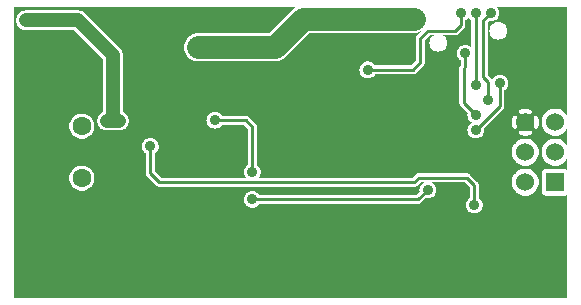
<source format=gbr>
G04 start of page 3 for group 1 idx 1 *
G04 Title: (unknown), bottom *
G04 Creator: pcb 20140316 *
G04 CreationDate: Thu 30 Aug 2018 07:28:31 PM GMT UTC *
G04 For: railfan *
G04 Format: Gerber/RS-274X *
G04 PCB-Dimensions (mil): 1875.00 1000.00 *
G04 PCB-Coordinate-Origin: lower left *
%MOIN*%
%FSLAX25Y25*%
%LNBOTTOM*%
%ADD46C,0.0433*%
%ADD45C,0.0390*%
%ADD44C,0.0380*%
%ADD43C,0.0200*%
%ADD42C,0.0360*%
%ADD41C,0.0633*%
%ADD40C,0.0600*%
%ADD39C,0.0450*%
%ADD38C,0.0100*%
%ADD37C,0.0750*%
%ADD36C,0.0001*%
G54D36*G36*
X100996Y38500D02*X134941D01*
X135000Y38495D01*
X135235Y38514D01*
X135235Y38514D01*
X135465Y38569D01*
X135683Y38659D01*
X135884Y38783D01*
X136064Y38936D01*
X136102Y38981D01*
X137121Y40000D01*
X138221D01*
X137849Y39772D01*
X137514Y39486D01*
X137228Y39151D01*
X136997Y38775D01*
X136829Y38368D01*
X136726Y37939D01*
X136691Y37500D01*
X136726Y37061D01*
X136767Y36889D01*
X135655Y35776D01*
X100996D01*
Y38500D01*
G37*
G36*
X175613Y98500D02*X186000D01*
Y62085D01*
X185652Y62653D01*
X185192Y63192D01*
X184653Y63652D01*
X184049Y64022D01*
X183395Y64293D01*
X182706Y64458D01*
X182000Y64514D01*
X181294Y64458D01*
X180605Y64293D01*
X179951Y64022D01*
X179347Y63652D01*
X178808Y63192D01*
X178348Y62653D01*
X177978Y62049D01*
X177707Y61395D01*
X177542Y60706D01*
X177486Y60000D01*
X177542Y59294D01*
X177707Y58605D01*
X177978Y57951D01*
X178348Y57347D01*
X178808Y56808D01*
X179347Y56348D01*
X179951Y55978D01*
X180605Y55707D01*
X181294Y55542D01*
X182000Y55486D01*
X182706Y55542D01*
X183395Y55707D01*
X184049Y55978D01*
X184653Y56348D01*
X185192Y56808D01*
X185652Y57347D01*
X186000Y57915D01*
Y52085D01*
X185652Y52653D01*
X185192Y53192D01*
X184653Y53652D01*
X184049Y54022D01*
X183395Y54293D01*
X182706Y54458D01*
X182000Y54514D01*
X181294Y54458D01*
X180605Y54293D01*
X179951Y54022D01*
X179347Y53652D01*
X178808Y53192D01*
X178348Y52653D01*
X177978Y52049D01*
X177707Y51395D01*
X177542Y50706D01*
X177486Y50000D01*
X177542Y49294D01*
X177707Y48605D01*
X177978Y47951D01*
X178348Y47347D01*
X178808Y46808D01*
X179347Y46348D01*
X179951Y45978D01*
X180605Y45707D01*
X181294Y45542D01*
X182000Y45486D01*
X182706Y45542D01*
X183395Y45707D01*
X184049Y45978D01*
X184653Y46348D01*
X185192Y46808D01*
X185652Y47347D01*
X186000Y47915D01*
Y44119D01*
X185884Y44217D01*
X185683Y44341D01*
X185465Y44431D01*
X185235Y44486D01*
X185000Y44500D01*
X178765Y44486D01*
X178535Y44431D01*
X178317Y44341D01*
X178116Y44217D01*
X177936Y44064D01*
X177783Y43884D01*
X177659Y43683D01*
X177569Y43465D01*
X177514Y43235D01*
X177500Y43000D01*
X177514Y36765D01*
X177569Y36535D01*
X177659Y36317D01*
X177783Y36116D01*
X177936Y35936D01*
X178116Y35783D01*
X178317Y35659D01*
X178535Y35569D01*
X178765Y35514D01*
X179000Y35500D01*
X185235Y35514D01*
X185465Y35569D01*
X185683Y35659D01*
X185884Y35783D01*
X186000Y35881D01*
Y1500D01*
X175613D01*
Y37302D01*
X175652Y37347D01*
X176022Y37951D01*
X176293Y38605D01*
X176458Y39294D01*
X176500Y40000D01*
X176458Y40706D01*
X176293Y41395D01*
X176022Y42049D01*
X175652Y42653D01*
X175613Y42698D01*
Y47302D01*
X175652Y47347D01*
X176022Y47951D01*
X176293Y48605D01*
X176458Y49294D01*
X176500Y50000D01*
X176458Y50706D01*
X176293Y51395D01*
X176022Y52049D01*
X175652Y52653D01*
X175613Y52698D01*
Y57853D01*
X175656Y57860D01*
X175768Y57897D01*
X175873Y57952D01*
X175968Y58022D01*
X176051Y58106D01*
X176119Y58202D01*
X176170Y58308D01*
X176318Y58716D01*
X176422Y59137D01*
X176484Y59567D01*
X176505Y60000D01*
X176484Y60433D01*
X176422Y60863D01*
X176318Y61284D01*
X176175Y61694D01*
X176122Y61800D01*
X176053Y61896D01*
X175970Y61981D01*
X175875Y62051D01*
X175769Y62106D01*
X175657Y62143D01*
X175613Y62151D01*
Y98500D01*
G37*
G36*
Y42698D02*X175192Y43192D01*
X174653Y43652D01*
X174049Y44022D01*
X173395Y44293D01*
X172706Y44458D01*
X172002Y44514D01*
Y45486D01*
X172706Y45542D01*
X173395Y45707D01*
X174049Y45978D01*
X174653Y46348D01*
X175192Y46808D01*
X175613Y47302D01*
Y42698D01*
G37*
G36*
Y1500D02*X172002D01*
Y35486D01*
X172706Y35542D01*
X173395Y35707D01*
X174049Y35978D01*
X174653Y36348D01*
X175192Y36808D01*
X175613Y37302D01*
Y1500D01*
G37*
G36*
X172002Y98500D02*X175613D01*
Y62151D01*
X175540Y62163D01*
X175421Y62164D01*
X175304Y62146D01*
X175191Y62110D01*
X175085Y62057D01*
X174988Y61988D01*
X174904Y61905D01*
X174833Y61809D01*
X174779Y61704D01*
X174741Y61592D01*
X174722Y61475D01*
X174721Y61356D01*
X174739Y61239D01*
X174777Y61126D01*
X174876Y60855D01*
X174944Y60575D01*
X174986Y60289D01*
X175000Y60000D01*
X174986Y59711D01*
X174944Y59425D01*
X174876Y59145D01*
X174780Y58872D01*
X174742Y58761D01*
X174725Y58644D01*
X174725Y58526D01*
X174745Y58409D01*
X174782Y58297D01*
X174836Y58193D01*
X174906Y58098D01*
X174991Y58015D01*
X175087Y57946D01*
X175192Y57893D01*
X175305Y57857D01*
X175421Y57840D01*
X175539Y57841D01*
X175613Y57853D01*
Y52698D01*
X175192Y53192D01*
X174653Y53652D01*
X174049Y54022D01*
X173395Y54293D01*
X172706Y54458D01*
X172002Y54514D01*
Y55495D01*
X172433Y55516D01*
X172863Y55578D01*
X173284Y55682D01*
X173694Y55825D01*
X173800Y55878D01*
X173896Y55947D01*
X173981Y56030D01*
X174051Y56125D01*
X174106Y56231D01*
X174143Y56343D01*
X174163Y56460D01*
X174164Y56579D01*
X174146Y56696D01*
X174110Y56809D01*
X174057Y56915D01*
X173988Y57012D01*
X173905Y57096D01*
X173809Y57167D01*
X173704Y57221D01*
X173592Y57259D01*
X173475Y57278D01*
X173356Y57279D01*
X173239Y57261D01*
X173126Y57223D01*
X172855Y57124D01*
X172575Y57056D01*
X172289Y57014D01*
X172002Y57000D01*
Y63000D01*
X172289Y62986D01*
X172575Y62944D01*
X172855Y62876D01*
X173128Y62780D01*
X173239Y62742D01*
X173356Y62725D01*
X173474Y62725D01*
X173591Y62745D01*
X173703Y62782D01*
X173807Y62836D01*
X173902Y62906D01*
X173985Y62991D01*
X174054Y63087D01*
X174107Y63192D01*
X174143Y63305D01*
X174160Y63421D01*
X174159Y63539D01*
X174140Y63656D01*
X174103Y63768D01*
X174048Y63873D01*
X173978Y63968D01*
X173894Y64051D01*
X173798Y64119D01*
X173692Y64170D01*
X173284Y64318D01*
X172863Y64422D01*
X172433Y64484D01*
X172002Y64505D01*
Y98500D01*
G37*
G36*
X168387Y37302D02*X168808Y36808D01*
X169347Y36348D01*
X169951Y35978D01*
X170605Y35707D01*
X171294Y35542D01*
X172000Y35486D01*
X172002Y35486D01*
Y1500D01*
X168387D01*
Y37302D01*
G37*
G36*
Y47302D02*X168808Y46808D01*
X169347Y46348D01*
X169951Y45978D01*
X170605Y45707D01*
X171294Y45542D01*
X172000Y45486D01*
X172002Y45486D01*
Y44514D01*
X172000Y44514D01*
X171294Y44458D01*
X170605Y44293D01*
X169951Y44022D01*
X169347Y43652D01*
X168808Y43192D01*
X168387Y42698D01*
Y47302D01*
G37*
G36*
Y98500D02*X172002D01*
Y64505D01*
X172000Y64505D01*
X171567Y64484D01*
X171137Y64422D01*
X170716Y64318D01*
X170306Y64175D01*
X170200Y64122D01*
X170104Y64053D01*
X170019Y63970D01*
X169949Y63875D01*
X169894Y63769D01*
X169857Y63657D01*
X169837Y63540D01*
X169836Y63421D01*
X169854Y63304D01*
X169890Y63191D01*
X169943Y63085D01*
X170012Y62988D01*
X170095Y62904D01*
X170191Y62833D01*
X170296Y62779D01*
X170408Y62741D01*
X170525Y62722D01*
X170644Y62721D01*
X170761Y62739D01*
X170874Y62777D01*
X171145Y62876D01*
X171425Y62944D01*
X171711Y62986D01*
X172000Y63000D01*
X172002Y63000D01*
Y57000D01*
X172000Y57000D01*
X171711Y57014D01*
X171425Y57056D01*
X171145Y57124D01*
X170872Y57220D01*
X170761Y57258D01*
X170644Y57275D01*
X170526Y57275D01*
X170409Y57255D01*
X170297Y57218D01*
X170193Y57164D01*
X170098Y57094D01*
X170015Y57009D01*
X169946Y56913D01*
X169893Y56808D01*
X169857Y56695D01*
X169840Y56579D01*
X169841Y56461D01*
X169860Y56344D01*
X169897Y56232D01*
X169952Y56127D01*
X170022Y56032D01*
X170106Y55949D01*
X170202Y55881D01*
X170308Y55830D01*
X170716Y55682D01*
X171137Y55578D01*
X171567Y55516D01*
X172000Y55495D01*
X172002Y55495D01*
Y54514D01*
X172000Y54514D01*
X171294Y54458D01*
X170605Y54293D01*
X169951Y54022D01*
X169347Y53652D01*
X168808Y53192D01*
X168387Y52698D01*
Y57849D01*
X168460Y57837D01*
X168579Y57836D01*
X168696Y57854D01*
X168809Y57890D01*
X168915Y57943D01*
X169012Y58012D01*
X169096Y58095D01*
X169167Y58191D01*
X169221Y58296D01*
X169259Y58408D01*
X169278Y58525D01*
X169279Y58644D01*
X169261Y58761D01*
X169223Y58874D01*
X169124Y59145D01*
X169056Y59425D01*
X169014Y59711D01*
X169000Y60000D01*
X169014Y60289D01*
X169056Y60575D01*
X169124Y60855D01*
X169220Y61128D01*
X169258Y61239D01*
X169275Y61356D01*
X169275Y61474D01*
X169255Y61591D01*
X169218Y61703D01*
X169164Y61807D01*
X169094Y61902D01*
X169009Y61985D01*
X168913Y62054D01*
X168808Y62107D01*
X168695Y62143D01*
X168579Y62160D01*
X168461Y62159D01*
X168387Y62147D01*
Y98500D01*
G37*
G36*
X162995Y62874D02*X164519Y64398D01*
X164564Y64436D01*
X164717Y64615D01*
X164717Y64616D01*
X164841Y64817D01*
X164931Y65035D01*
X164986Y65265D01*
X165005Y65500D01*
X165000Y65559D01*
Y70635D01*
X165151Y70728D01*
X165486Y71014D01*
X165772Y71349D01*
X166003Y71725D01*
X166171Y72132D01*
X166274Y72561D01*
X166300Y73000D01*
X166274Y73439D01*
X166171Y73868D01*
X166003Y74275D01*
X165772Y74651D01*
X165486Y74986D01*
X165151Y75272D01*
X164775Y75503D01*
X164368Y75671D01*
X163939Y75774D01*
X163500Y75809D01*
X163061Y75774D01*
X162995Y75758D01*
Y87541D01*
X163000Y87541D01*
X163463Y87577D01*
X163914Y87686D01*
X164343Y87863D01*
X164739Y88106D01*
X165092Y88408D01*
X165394Y88761D01*
X165637Y89157D01*
X165814Y89586D01*
X165923Y90037D01*
X165950Y90500D01*
X165923Y90963D01*
X165814Y91414D01*
X165637Y91843D01*
X165394Y92239D01*
X165092Y92592D01*
X164739Y92894D01*
X164343Y93137D01*
X163914Y93314D01*
X163463Y93423D01*
X163000Y93459D01*
X162995Y93459D01*
Y95213D01*
X163003Y95225D01*
X163171Y95632D01*
X163274Y96061D01*
X163300Y96500D01*
X163274Y96939D01*
X163171Y97368D01*
X163003Y97775D01*
X162995Y97787D01*
Y98500D01*
X168387D01*
Y62147D01*
X168344Y62140D01*
X168232Y62103D01*
X168127Y62048D01*
X168032Y61978D01*
X167949Y61894D01*
X167881Y61798D01*
X167830Y61692D01*
X167682Y61284D01*
X167578Y60863D01*
X167516Y60433D01*
X167495Y60000D01*
X167516Y59567D01*
X167578Y59137D01*
X167682Y58716D01*
X167825Y58306D01*
X167878Y58200D01*
X167947Y58104D01*
X168030Y58019D01*
X168125Y57949D01*
X168231Y57894D01*
X168343Y57857D01*
X168387Y57849D01*
Y52698D01*
X168348Y52653D01*
X167978Y52049D01*
X167707Y51395D01*
X167542Y50706D01*
X167486Y50000D01*
X167542Y49294D01*
X167707Y48605D01*
X167978Y47951D01*
X168348Y47347D01*
X168387Y47302D01*
Y42698D01*
X168348Y42653D01*
X167978Y42049D01*
X167707Y41395D01*
X167542Y40706D01*
X167486Y40000D01*
X167542Y39294D01*
X167707Y38605D01*
X167978Y37951D01*
X168348Y37347D01*
X168387Y37302D01*
Y1500D01*
X162995D01*
Y62874D01*
G37*
G36*
Y97787D02*X162772Y98151D01*
X162486Y98486D01*
X162470Y98500D01*
X162995D01*
Y97787D01*
G37*
G36*
Y75758D02*X162632Y75671D01*
X162225Y75503D01*
X161849Y75272D01*
X161514Y74986D01*
X161228Y74651D01*
X160997Y74275D01*
X160900Y74040D01*
X160841Y74183D01*
X160717Y74384D01*
X160564Y74564D01*
X160519Y74602D01*
X159500Y75621D01*
Y93379D01*
X159889Y93767D01*
X160061Y93726D01*
X160500Y93691D01*
X160939Y93726D01*
X161368Y93829D01*
X161775Y93997D01*
X162151Y94228D01*
X162486Y94514D01*
X162772Y94849D01*
X162995Y95213D01*
Y93459D01*
X162537Y93423D01*
X162086Y93314D01*
X161657Y93137D01*
X161261Y92894D01*
X160908Y92592D01*
X160606Y92239D01*
X160363Y91843D01*
X160186Y91414D01*
X160077Y90963D01*
X160041Y90500D01*
X160077Y90037D01*
X160186Y89586D01*
X160363Y89157D01*
X160606Y88761D01*
X160908Y88408D01*
X161261Y88106D01*
X161657Y87863D01*
X162086Y87686D01*
X162537Y87577D01*
X162995Y87541D01*
Y75758D01*
G37*
G36*
X158233Y58111D02*X162995Y62874D01*
Y1500D01*
X100996D01*
Y32776D01*
X136217D01*
X136276Y32771D01*
X136511Y32790D01*
X136511Y32790D01*
X136741Y32845D01*
X136959Y32935D01*
X137160Y33059D01*
X137340Y33212D01*
X137378Y33257D01*
X138889Y34767D01*
X139061Y34726D01*
X139500Y34691D01*
X139939Y34726D01*
X140368Y34829D01*
X140775Y34997D01*
X141151Y35228D01*
X141486Y35514D01*
X141772Y35849D01*
X142003Y36225D01*
X142171Y36632D01*
X142274Y37061D01*
X142300Y37500D01*
X142274Y37939D01*
X142171Y38368D01*
X142003Y38775D01*
X141772Y39151D01*
X141486Y39486D01*
X141151Y39772D01*
X140779Y40000D01*
X151879D01*
X153500Y38379D01*
Y34865D01*
X153349Y34772D01*
X153014Y34486D01*
X152728Y34151D01*
X152497Y33775D01*
X152329Y33368D01*
X152226Y32939D01*
X152191Y32500D01*
X152226Y32061D01*
X152329Y31632D01*
X152497Y31225D01*
X152728Y30849D01*
X153014Y30514D01*
X153349Y30228D01*
X153725Y29997D01*
X154132Y29829D01*
X154561Y29726D01*
X155000Y29691D01*
X155439Y29726D01*
X155868Y29829D01*
X156275Y29997D01*
X156651Y30228D01*
X156986Y30514D01*
X157272Y30849D01*
X157503Y31225D01*
X157671Y31632D01*
X157774Y32061D01*
X157800Y32500D01*
X157774Y32939D01*
X157671Y33368D01*
X157503Y33775D01*
X157272Y34151D01*
X156986Y34486D01*
X156651Y34772D01*
X156500Y34865D01*
Y38941D01*
X156505Y39000D01*
X156486Y39235D01*
X156431Y39465D01*
X156341Y39683D01*
X156217Y39884D01*
X156064Y40064D01*
X156019Y40102D01*
X153602Y42519D01*
X153564Y42564D01*
X153384Y42717D01*
X153183Y42841D01*
X152965Y42931D01*
X152735Y42986D01*
X152500Y43005D01*
X152441Y43000D01*
X136559D01*
X136500Y43005D01*
X136265Y42986D01*
X136035Y42931D01*
X135817Y42841D01*
X135616Y42717D01*
X135615Y42717D01*
X135436Y42564D01*
X135398Y42519D01*
X134379Y41500D01*
X100996D01*
Y89750D01*
X135000D01*
X135745Y89794D01*
X136472Y89969D01*
X137112Y90234D01*
X135981Y89102D01*
X135936Y89064D01*
X135783Y88884D01*
X135659Y88683D01*
X135569Y88465D01*
X135514Y88235D01*
X135514Y88235D01*
X135495Y88000D01*
X135500Y87941D01*
Y80621D01*
X133879Y79000D01*
X121865D01*
X121772Y79151D01*
X121486Y79486D01*
X121151Y79772D01*
X120775Y80003D01*
X120368Y80171D01*
X119939Y80274D01*
X119500Y80309D01*
X119061Y80274D01*
X118632Y80171D01*
X118225Y80003D01*
X117849Y79772D01*
X117514Y79486D01*
X117228Y79151D01*
X116997Y78775D01*
X116829Y78368D01*
X116726Y77939D01*
X116691Y77500D01*
X116726Y77061D01*
X116829Y76632D01*
X116997Y76225D01*
X117228Y75849D01*
X117514Y75514D01*
X117849Y75228D01*
X118225Y74997D01*
X118632Y74829D01*
X119061Y74726D01*
X119500Y74691D01*
X119939Y74726D01*
X120368Y74829D01*
X120775Y74997D01*
X121151Y75228D01*
X121486Y75514D01*
X121772Y75849D01*
X121865Y76000D01*
X134441D01*
X134500Y75995D01*
X134735Y76014D01*
X134735Y76014D01*
X134965Y76069D01*
X135183Y76159D01*
X135384Y76283D01*
X135564Y76436D01*
X135602Y76481D01*
X138019Y78898D01*
X138064Y78936D01*
X138217Y79115D01*
X138217Y79116D01*
X138341Y79317D01*
X138431Y79535D01*
X138486Y79765D01*
X138505Y80000D01*
X138500Y80059D01*
Y87379D01*
X140121Y89000D01*
X141434D01*
X141261Y88894D01*
X140908Y88592D01*
X140606Y88239D01*
X140363Y87843D01*
X140186Y87414D01*
X140077Y86963D01*
X140041Y86500D01*
X140077Y86037D01*
X140186Y85586D01*
X140363Y85157D01*
X140606Y84761D01*
X140908Y84408D01*
X141261Y84106D01*
X141657Y83863D01*
X142086Y83686D01*
X142537Y83577D01*
X143000Y83541D01*
X143463Y83577D01*
X143914Y83686D01*
X144343Y83863D01*
X144739Y84106D01*
X145092Y84408D01*
X145394Y84761D01*
X145637Y85157D01*
X145814Y85586D01*
X145923Y86037D01*
X145950Y86500D01*
X145923Y86963D01*
X145814Y87414D01*
X145637Y87843D01*
X145394Y88239D01*
X145092Y88592D01*
X144739Y88894D01*
X144566Y89000D01*
X148441D01*
X148500Y88995D01*
X148735Y89014D01*
X148735Y89014D01*
X148965Y89069D01*
X149183Y89159D01*
X149384Y89283D01*
X149564Y89436D01*
X149602Y89481D01*
X151519Y91398D01*
X151564Y91436D01*
X151717Y91615D01*
X151717Y91616D01*
X151841Y91817D01*
X151931Y92035D01*
X151986Y92265D01*
X152005Y92500D01*
X152000Y92559D01*
Y94135D01*
X152151Y94228D01*
X152486Y94514D01*
X152772Y94849D01*
X153000Y95221D01*
X153228Y94849D01*
X153514Y94514D01*
X153849Y94228D01*
X154000Y94135D01*
Y84970D01*
X153986Y84986D01*
X153651Y85272D01*
X153275Y85503D01*
X152868Y85671D01*
X152439Y85774D01*
X152000Y85809D01*
X151561Y85774D01*
X151132Y85671D01*
X150725Y85503D01*
X150349Y85272D01*
X150014Y84986D01*
X149728Y84651D01*
X149497Y84275D01*
X149329Y83868D01*
X149226Y83439D01*
X149191Y83000D01*
X149226Y82561D01*
X149329Y82132D01*
X149497Y81725D01*
X149728Y81349D01*
X150014Y81014D01*
X150349Y80728D01*
X150500Y80635D01*
Y79121D01*
X150481Y79102D01*
X150436Y79064D01*
X150283Y78884D01*
X150159Y78683D01*
X150069Y78465D01*
X150014Y78235D01*
X150014Y78235D01*
X149995Y78000D01*
X150000Y77941D01*
Y66559D01*
X149995Y66500D01*
X150014Y66265D01*
X150069Y66035D01*
X150159Y65817D01*
X150283Y65616D01*
X150436Y65436D01*
X150481Y65398D01*
X152767Y63111D01*
X152726Y62939D01*
X152691Y62500D01*
X152726Y62061D01*
X152829Y61632D01*
X152997Y61225D01*
X153228Y60849D01*
X153514Y60514D01*
X153849Y60228D01*
X154221Y60000D01*
X153849Y59772D01*
X153514Y59486D01*
X153228Y59151D01*
X152997Y58775D01*
X152829Y58368D01*
X152726Y57939D01*
X152691Y57500D01*
X152726Y57061D01*
X152829Y56632D01*
X152997Y56225D01*
X153228Y55849D01*
X153514Y55514D01*
X153849Y55228D01*
X154225Y54997D01*
X154632Y54829D01*
X155061Y54726D01*
X155500Y54691D01*
X155939Y54726D01*
X156368Y54829D01*
X156775Y54997D01*
X157151Y55228D01*
X157486Y55514D01*
X157772Y55849D01*
X158003Y56225D01*
X158171Y56632D01*
X158274Y57061D01*
X158300Y57500D01*
X158274Y57939D01*
X158233Y58111D01*
G37*
G36*
X100996Y1500D02*X21000D01*
Y38580D01*
X21168Y38384D01*
X21666Y37958D01*
X22225Y37616D01*
X22831Y37365D01*
X23468Y37212D01*
X24122Y37160D01*
X24776Y37212D01*
X25413Y37365D01*
X26019Y37616D01*
X26578Y37958D01*
X27076Y38384D01*
X27502Y38883D01*
X27845Y39442D01*
X28096Y40047D01*
X28249Y40685D01*
X28287Y41339D01*
X28249Y41992D01*
X28096Y42630D01*
X27845Y43235D01*
X27502Y43794D01*
X27076Y44293D01*
X26578Y44719D01*
X26019Y45061D01*
X25413Y45312D01*
X24776Y45465D01*
X24122Y45517D01*
X23468Y45465D01*
X22831Y45312D01*
X22225Y45061D01*
X21666Y44719D01*
X21168Y44293D01*
X21000Y44097D01*
Y55903D01*
X21168Y55707D01*
X21666Y55281D01*
X22225Y54939D01*
X22831Y54688D01*
X23468Y54535D01*
X24122Y54483D01*
X24776Y54535D01*
X25413Y54688D01*
X26019Y54939D01*
X26578Y55281D01*
X27076Y55707D01*
X27502Y56206D01*
X27845Y56765D01*
X28096Y57370D01*
X28249Y58008D01*
X28287Y58661D01*
X28249Y59315D01*
X28096Y59953D01*
X27845Y60558D01*
X27502Y61117D01*
X27076Y61616D01*
X26578Y62042D01*
X26019Y62384D01*
X25413Y62635D01*
X24776Y62788D01*
X24122Y62840D01*
X23468Y62788D01*
X22831Y62635D01*
X22225Y62384D01*
X21666Y62042D01*
X21168Y61616D01*
X21000Y61420D01*
Y90750D01*
X21654D01*
X31250Y81154D01*
Y63500D01*
X31020Y63405D01*
X30584Y63137D01*
X30195Y62805D01*
X29863Y62416D01*
X29595Y61980D01*
X29400Y61507D01*
X29280Y61010D01*
X29240Y60500D01*
X29280Y59990D01*
X29400Y59493D01*
X29595Y59020D01*
X29863Y58584D01*
X30195Y58195D01*
X30584Y57863D01*
X31020Y57595D01*
X31493Y57400D01*
X31990Y57280D01*
X32500Y57250D01*
X34373D01*
X34500Y57240D01*
X34627Y57250D01*
X36500D01*
X37010Y57280D01*
X37507Y57400D01*
X37980Y57595D01*
X38416Y57863D01*
X38805Y58195D01*
X39137Y58584D01*
X39405Y59020D01*
X39600Y59493D01*
X39720Y59990D01*
X39760Y60500D01*
X39720Y61010D01*
X39600Y61507D01*
X39405Y61980D01*
X39137Y62416D01*
X38805Y62805D01*
X38416Y63137D01*
X37980Y63405D01*
X37750Y63500D01*
Y82373D01*
X37760Y82500D01*
X37720Y83010D01*
X37720Y83010D01*
X37600Y83507D01*
X37405Y83980D01*
X37137Y84416D01*
X36805Y84805D01*
X36708Y84888D01*
X25388Y96208D01*
X25305Y96305D01*
X24916Y96637D01*
X24480Y96905D01*
X24007Y97100D01*
X23510Y97220D01*
X23510Y97220D01*
X23000Y97260D01*
X22873Y97250D01*
X21000D01*
Y98500D01*
X95437D01*
X95199Y98355D01*
X95199Y98354D01*
X94631Y97869D01*
X94510Y97727D01*
X86532Y89750D01*
X63000D01*
X62255Y89706D01*
X61528Y89531D01*
X60837Y89245D01*
X60199Y88855D01*
X59631Y88369D01*
X59145Y87801D01*
X58755Y87163D01*
X58469Y86472D01*
X58294Y85745D01*
X58235Y85000D01*
X58294Y84255D01*
X58469Y83528D01*
X58755Y82837D01*
X59145Y82199D01*
X59631Y81631D01*
X60199Y81145D01*
X60837Y80755D01*
X61528Y80469D01*
X62255Y80294D01*
X63000Y80250D01*
X88314D01*
X88500Y80235D01*
X89245Y80294D01*
X89972Y80469D01*
X90663Y80755D01*
X91301Y81145D01*
X91869Y81631D01*
X91990Y81773D01*
X99968Y89750D01*
X100996D01*
Y41500D01*
X82970D01*
X82986Y41514D01*
X83272Y41849D01*
X83503Y42225D01*
X83671Y42632D01*
X83774Y43061D01*
X83800Y43500D01*
X83774Y43939D01*
X83671Y44368D01*
X83503Y44775D01*
X83272Y45151D01*
X82986Y45486D01*
X82651Y45772D01*
X82500Y45865D01*
Y58441D01*
X82505Y58500D01*
X82486Y58735D01*
X82431Y58965D01*
X82341Y59183D01*
X82217Y59384D01*
X82064Y59564D01*
X82019Y59602D01*
X79927Y61694D01*
X79889Y61739D01*
X79709Y61892D01*
X79508Y62016D01*
X79290Y62106D01*
X79060Y62161D01*
X79060Y62161D01*
X78825Y62180D01*
X78766Y62175D01*
X70865D01*
X70772Y62326D01*
X70486Y62661D01*
X70151Y62947D01*
X69775Y63178D01*
X69368Y63346D01*
X68939Y63449D01*
X68500Y63484D01*
X68061Y63449D01*
X67632Y63346D01*
X67225Y63178D01*
X66849Y62947D01*
X66514Y62661D01*
X66228Y62326D01*
X65997Y61950D01*
X65829Y61543D01*
X65726Y61114D01*
X65691Y60675D01*
X65726Y60236D01*
X65829Y59807D01*
X65997Y59400D01*
X66228Y59024D01*
X66514Y58689D01*
X66849Y58403D01*
X67225Y58172D01*
X67632Y58004D01*
X68061Y57901D01*
X68500Y57866D01*
X68939Y57901D01*
X69368Y58004D01*
X69775Y58172D01*
X70151Y58403D01*
X70486Y58689D01*
X70772Y59024D01*
X70865Y59175D01*
X78204D01*
X79500Y57879D01*
Y45865D01*
X79349Y45772D01*
X79014Y45486D01*
X78728Y45151D01*
X78497Y44775D01*
X78329Y44368D01*
X78226Y43939D01*
X78191Y43500D01*
X78226Y43061D01*
X78329Y42632D01*
X78497Y42225D01*
X78728Y41849D01*
X79014Y41514D01*
X79030Y41500D01*
X64000D01*
X64000Y41500D01*
X50621D01*
X48500Y43621D01*
Y49635D01*
X48651Y49728D01*
X48986Y50014D01*
X49272Y50349D01*
X49503Y50725D01*
X49671Y51132D01*
X49774Y51561D01*
X49800Y52000D01*
X49774Y52439D01*
X49671Y52868D01*
X49503Y53275D01*
X49272Y53651D01*
X48986Y53986D01*
X48651Y54272D01*
X48275Y54503D01*
X47868Y54671D01*
X47439Y54774D01*
X47000Y54809D01*
X46561Y54774D01*
X46132Y54671D01*
X45725Y54503D01*
X45349Y54272D01*
X45014Y53986D01*
X44728Y53651D01*
X44497Y53275D01*
X44329Y52868D01*
X44226Y52439D01*
X44191Y52000D01*
X44226Y51561D01*
X44329Y51132D01*
X44497Y50725D01*
X44728Y50349D01*
X45014Y50014D01*
X45349Y49728D01*
X45500Y49635D01*
Y43059D01*
X45495Y43000D01*
X45514Y42765D01*
X45569Y42535D01*
X45659Y42317D01*
X45783Y42116D01*
X45783Y42115D01*
X45936Y41936D01*
X45981Y41898D01*
X48898Y38981D01*
X48936Y38936D01*
X49116Y38783D01*
X49317Y38659D01*
X49535Y38569D01*
X49765Y38514D01*
X50000Y38495D01*
X50059Y38500D01*
X64000D01*
X64000Y38500D01*
X100996D01*
Y35776D01*
X83365D01*
X83272Y35927D01*
X82986Y36262D01*
X82651Y36548D01*
X82275Y36779D01*
X81868Y36947D01*
X81439Y37050D01*
X81000Y37085D01*
X80561Y37050D01*
X80132Y36947D01*
X79725Y36779D01*
X79349Y36548D01*
X79014Y36262D01*
X78728Y35927D01*
X78497Y35551D01*
X78329Y35144D01*
X78226Y34715D01*
X78191Y34276D01*
X78226Y33837D01*
X78329Y33408D01*
X78497Y33001D01*
X78728Y32625D01*
X79014Y32290D01*
X79349Y32004D01*
X79725Y31773D01*
X80132Y31605D01*
X80561Y31502D01*
X81000Y31467D01*
X81439Y31502D01*
X81868Y31605D01*
X82275Y31773D01*
X82651Y32004D01*
X82986Y32290D01*
X83272Y32625D01*
X83365Y32776D01*
X100996D01*
Y1500D01*
G37*
G36*
X21000D02*X1500D01*
Y98500D01*
X21000D01*
Y97250D01*
X5500D01*
X4990Y97220D01*
X4493Y97100D01*
X4020Y96905D01*
X3584Y96637D01*
X3195Y96305D01*
X2863Y95916D01*
X2595Y95480D01*
X2400Y95007D01*
X2280Y94510D01*
X2240Y94000D01*
X2280Y93490D01*
X2400Y92993D01*
X2595Y92520D01*
X2863Y92084D01*
X3195Y91695D01*
X3584Y91363D01*
X4020Y91095D01*
X4493Y90900D01*
X4990Y90780D01*
X5500Y90750D01*
X21000D01*
Y61420D01*
X20742Y61117D01*
X20399Y60558D01*
X20148Y59953D01*
X19995Y59315D01*
X19944Y58661D01*
X19995Y58008D01*
X20148Y57370D01*
X20399Y56765D01*
X20742Y56206D01*
X21000Y55903D01*
Y44097D01*
X20742Y43794D01*
X20399Y43235D01*
X20148Y42630D01*
X19995Y41992D01*
X19944Y41339D01*
X19995Y40685D01*
X20148Y40047D01*
X20399Y39442D01*
X20742Y38883D01*
X21000Y38580D01*
Y1500D01*
G37*
G54D37*X98000Y94500D02*X135000D01*
G54D38*X78825Y60675D02*X81000Y58500D01*
Y43500D01*
Y34276D02*X134276D01*
X63000Y40000D02*X135000D01*
X134224Y34276D02*X136276D01*
X64000Y40000D02*X50000D01*
X47000Y43000D01*
Y52000D01*
X137000Y88000D02*Y80000D01*
X134500Y77500D01*
X119500D01*
X68500Y60675D02*X78825D01*
G54D37*X63000Y85000D02*X88500D01*
X98000Y94500D01*
G54D39*X23000Y94000D02*X5500D01*
X23000D02*X34500Y82500D01*
Y60500D01*
X32500D02*X36500D01*
G54D38*X155500Y96500D02*Y72500D01*
X151500Y66500D02*X155500Y62500D01*
X151500Y66500D02*Y78000D01*
X152000Y78500D01*
Y83000D01*
X160500Y96500D02*X158000Y94000D01*
Y75000D01*
X159500Y73500D01*
Y67500D01*
X163500Y73000D02*Y65500D01*
X155500Y57500D01*
X135000Y40000D02*X136500Y41500D01*
X152500D01*
X155000Y39000D01*
Y32500D01*
X136276Y34276D02*X139500Y37500D01*
X150500Y96500D02*Y92500D01*
X148500Y90500D01*
X139500D01*
X137000Y88000D01*
G54D40*X182000Y60000D03*
X172000D03*
G54D36*G36*
X179000Y43000D02*Y37000D01*
X185000D01*
Y43000D01*
X179000D01*
G37*
G54D40*X182000Y50000D03*
X172000Y40000D03*
Y50000D03*
G54D41*X24122Y58661D03*
Y41339D03*
G54D42*X126500Y85500D03*
X152000Y83000D03*
X147000D03*
X126000Y94500D03*
X119500Y77500D03*
X130500Y94500D03*
X135000D03*
X155500Y96500D03*
X160500D03*
X150500D03*
X155500Y72500D03*
X159500Y67500D03*
X174000Y87000D03*
Y76000D03*
X163500Y73000D03*
X179500Y76000D03*
Y81500D03*
Y87000D03*
X81000Y43500D03*
X68500Y60675D03*
X81000Y34276D03*
X66000Y83500D03*
X53000Y72500D03*
X57500D03*
X69000Y86500D03*
X63000D03*
X139500Y37500D03*
X155500Y62500D03*
X155000Y32500D03*
X111000Y28500D03*
X115500D03*
X155500Y57500D03*
X106500Y28500D03*
X182000Y16000D03*
X81500Y15500D03*
X4000Y85500D03*
X9500Y94000D03*
X5500D03*
X17500D03*
X4000Y75500D03*
Y80500D03*
X19500Y15000D03*
X41500D03*
X37000Y39500D03*
X32500D03*
X44000Y72500D03*
X48500D03*
X47000Y52000D03*
X36500Y60500D03*
X32500D03*
G54D43*G54D44*G54D45*G54D44*G54D45*G54D46*M02*

</source>
